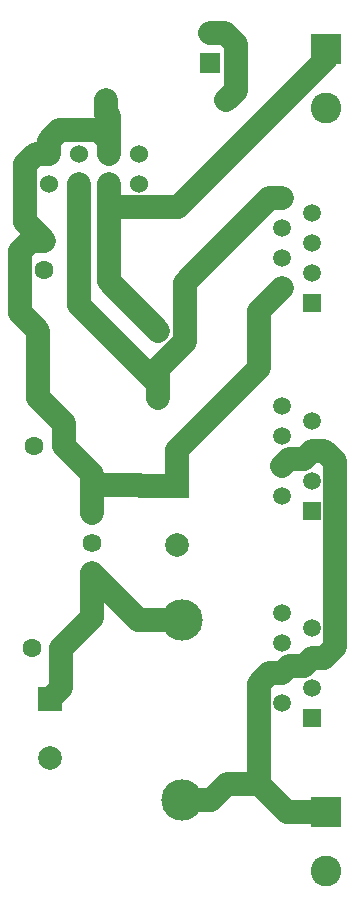
<source format=gbr>
G04 #@! TF.GenerationSoftware,KiCad,Pcbnew,(5.1.2)-2*
G04 #@! TF.CreationDate,2020-11-08T21:10:06-06:00*
G04 #@! TF.ProjectId,TempMonitor10PCB,54656d70-4d6f-46e6-9974-6f7231305043,rev?*
G04 #@! TF.SameCoordinates,Original*
G04 #@! TF.FileFunction,Copper,L1,Top*
G04 #@! TF.FilePolarity,Positive*
%FSLAX46Y46*%
G04 Gerber Fmt 4.6, Leading zero omitted, Abs format (unit mm)*
G04 Created by KiCad (PCBNEW (5.1.2)-2) date 2020-11-08 21:10:06*
%MOMM*%
%LPD*%
G04 APERTURE LIST*
%ADD10C,2.600000*%
%ADD11R,2.600000X2.600000*%
%ADD12C,1.500000*%
%ADD13R,1.500000X1.500000*%
%ADD14C,1.590000*%
%ADD15O,1.600000X1.600000*%
%ADD16C,1.600000*%
%ADD17C,1.524000*%
%ADD18C,3.500000*%
%ADD19C,1.800000*%
%ADD20R,1.800000X1.800000*%
%ADD21C,2.000000*%
%ADD22R,2.000000X2.000000*%
%ADD23C,2.032000*%
G04 APERTURE END LIST*
D10*
X78816200Y-122754400D03*
D11*
X78816200Y-117754400D03*
D12*
X75046200Y-100907600D03*
X77586200Y-102177600D03*
X75046200Y-103447600D03*
X77586200Y-104717600D03*
X75046200Y-105987600D03*
X77586200Y-107257600D03*
X75046200Y-108527600D03*
D13*
X77586200Y-109797600D03*
D12*
X75046200Y-83350800D03*
X77586200Y-84620800D03*
X75046200Y-85890800D03*
X77586200Y-87160800D03*
X75046200Y-88430800D03*
X77586200Y-89700800D03*
X75046200Y-90970800D03*
D13*
X77586200Y-92240800D03*
D12*
X75046200Y-65794000D03*
X77586200Y-67064000D03*
X75046200Y-68334000D03*
X77586200Y-69604000D03*
X75046200Y-70874000D03*
X77586200Y-72144000D03*
X75046200Y-73414000D03*
D13*
X77586200Y-74684000D03*
D10*
X78816200Y-58162200D03*
D11*
X78816200Y-53162200D03*
D14*
X58941599Y-92418601D03*
X58941599Y-94958601D03*
X58941599Y-97498601D03*
D15*
X54432200Y-77012800D03*
D16*
X64592200Y-77012800D03*
D15*
X54432200Y-82677000D03*
D16*
X64592200Y-82677000D03*
D15*
X60198000Y-57505600D03*
D16*
X70358000Y-57505600D03*
D17*
X62941200Y-64566800D03*
X60401200Y-64566800D03*
X57861200Y-64566800D03*
X55321200Y-64566800D03*
X62941200Y-62026800D03*
X60401200Y-62026800D03*
X57861200Y-62026800D03*
X55321200Y-62026800D03*
D18*
X66598800Y-101473000D03*
X66598800Y-116713000D03*
D19*
X68961000Y-51841400D03*
D20*
X68961000Y-54381400D03*
D21*
X55422800Y-113178600D03*
D22*
X55422800Y-108178600D03*
D16*
X53862600Y-103886000D03*
X56362600Y-103886000D03*
X54096600Y-86769524D03*
X56596600Y-86769524D03*
X54940200Y-71892800D03*
X54940200Y-69392800D03*
D21*
X66167000Y-95119200D03*
D22*
X66167000Y-90119200D03*
D23*
X70233792Y-51841400D02*
X68961000Y-51841400D01*
X71157999Y-52765607D02*
X70233792Y-51841400D01*
X71157999Y-56705601D02*
X71157999Y-52765607D01*
X70358000Y-57505600D02*
X71157999Y-56705601D01*
X75620199Y-87856801D02*
X75046200Y-88430800D01*
X76890199Y-87856801D02*
X75620199Y-87856801D01*
X77586200Y-87160800D02*
X76890199Y-87856801D01*
X78646860Y-104717600D02*
X77586200Y-104717600D01*
X79552201Y-103812259D02*
X78646860Y-104717600D01*
X79552201Y-88066141D02*
X79552201Y-103812259D01*
X78646860Y-87160800D02*
X79552201Y-88066141D01*
X77586200Y-87160800D02*
X78646860Y-87160800D01*
X75620199Y-105413601D02*
X75046200Y-105987600D01*
X76890199Y-105413601D02*
X75620199Y-105413601D01*
X77586200Y-104717600D02*
X76890199Y-105413601D01*
X75484200Y-117754400D02*
X78816200Y-117754400D01*
X73080199Y-115350399D02*
X75484200Y-117754400D01*
X73080199Y-106892941D02*
X73080199Y-115350399D01*
X73985540Y-105987600D02*
X73080199Y-106892941D01*
X75046200Y-105987600D02*
X73985540Y-105987600D01*
X70436274Y-115350399D02*
X73080199Y-115350399D01*
X69073673Y-116713000D02*
X70436274Y-115350399D01*
X66598800Y-116713000D02*
X69073673Y-116713000D01*
X58941599Y-89114523D02*
X56596600Y-86769524D01*
X55321200Y-60949170D02*
X55321200Y-62026800D01*
X56221571Y-60048799D02*
X55321200Y-60949170D01*
X59500829Y-60048799D02*
X56221571Y-60048799D01*
X60401200Y-60949170D02*
X59500829Y-60048799D01*
X60401200Y-62026800D02*
X60401200Y-60949170D01*
X54140201Y-68592801D02*
X54940200Y-69392800D01*
X53343199Y-67795799D02*
X54140201Y-68592801D01*
X53343199Y-62927171D02*
X53343199Y-67795799D01*
X54243570Y-62026800D02*
X53343199Y-62927171D01*
X55321200Y-62026800D02*
X54243570Y-62026800D01*
X53632201Y-76212801D02*
X54432200Y-77012800D01*
X52924199Y-75504799D02*
X53632201Y-76212801D01*
X52924199Y-70277431D02*
X52924199Y-75504799D01*
X53808830Y-69392800D02*
X52924199Y-70277431D01*
X54940200Y-69392800D02*
X53808830Y-69392800D01*
X54432200Y-77012800D02*
X54432200Y-82677000D01*
X56596600Y-84841400D02*
X56596600Y-86769524D01*
X54432200Y-82677000D02*
X56596600Y-84841400D01*
X66167000Y-87087200D02*
X66167000Y-90119200D01*
X73080199Y-80174001D02*
X66167000Y-87087200D01*
X73080199Y-75380001D02*
X73080199Y-80174001D01*
X75046200Y-73414000D02*
X73080199Y-75380001D01*
X63072399Y-90056599D02*
X58941599Y-90056599D01*
X63135000Y-90119200D02*
X63072399Y-90056599D01*
X66167000Y-90119200D02*
X63135000Y-90119200D01*
X58941599Y-92418601D02*
X58941599Y-90056599D01*
X58941599Y-90056599D02*
X58941599Y-89114523D01*
X60401200Y-58840170D02*
X60401200Y-60949170D01*
X60198000Y-58636970D02*
X60401200Y-58840170D01*
X60198000Y-57505600D02*
X60198000Y-58636970D01*
X62915998Y-101473000D02*
X58941599Y-97498601D01*
X66598800Y-101473000D02*
X62915998Y-101473000D01*
X58941599Y-101307001D02*
X56362600Y-103886000D01*
X58941599Y-97498601D02*
X58941599Y-101307001D01*
X56362600Y-107238800D02*
X55422800Y-108178600D01*
X56362600Y-103886000D02*
X56362600Y-107238800D01*
X64592200Y-77012800D02*
X60401200Y-72821800D01*
X78816200Y-53976002D02*
X66247401Y-66544801D01*
X78816200Y-53162200D02*
X78816200Y-53976002D01*
X60779001Y-66544801D02*
X60401200Y-66167000D01*
X66247401Y-66544801D02*
X60779001Y-66544801D01*
X60401200Y-72821800D02*
X60401200Y-66167000D01*
X60401200Y-66167000D02*
X60401200Y-64566800D01*
X57861200Y-65644430D02*
X57861200Y-64566800D01*
X57861200Y-74814630D02*
X57861200Y-65644430D01*
X64592200Y-81545630D02*
X57861200Y-74814630D01*
X64592200Y-82677000D02*
X64592200Y-81545630D01*
X64592200Y-80169338D02*
X64592200Y-82677000D01*
X66824209Y-77937329D02*
X64592200Y-80169338D01*
X66824209Y-72955331D02*
X66824209Y-77937329D01*
X73985540Y-65794000D02*
X66824209Y-72955331D01*
X75046200Y-65794000D02*
X73985540Y-65794000D01*
M02*

</source>
